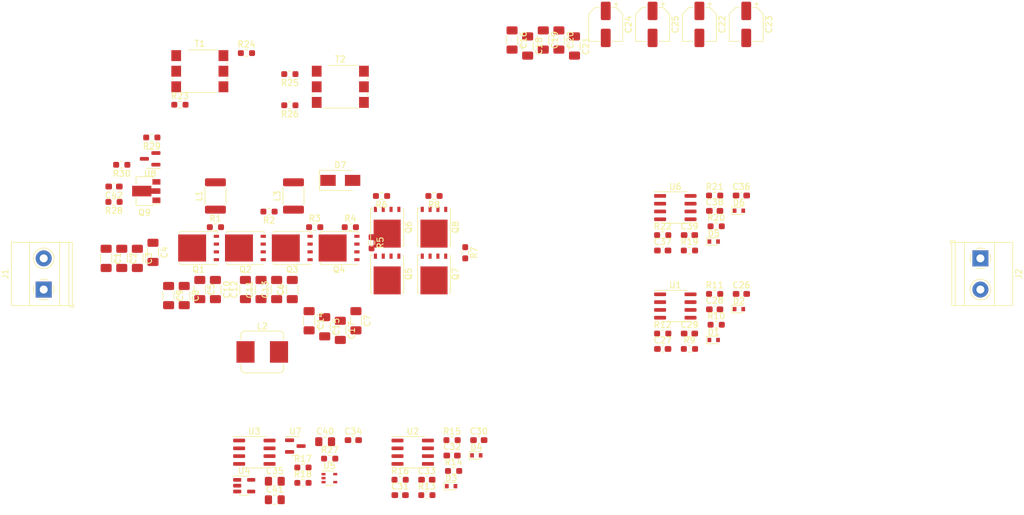
<source format=kicad_pcb>
(kicad_pcb (version 20211014) (generator pcbnew)
  (layers (0 "F.Cu" signal) (31 "B.Cu" signal) (34 "B.Paste" user) (35 "F.Paste" user) (36 "B.SilkS" user "B.Silkscreen") (37 "F.SilkS" user "F.Silkscreen") (38 "B.Mask" user) (39 "F.Mask" user) (44 "Edge.Cuts" user))
  (net 0 "")
  (net 1 "/IN")
  (net 2 "GND")
  (net 3 "/C1")
  (net 4 "/SW4")
  (net 5 "/SW2")
  (net 6 "/SW5")
  (net 7 "/C3")
  (net 8 "/OUT")
  (net 9 "Net-(C26-Pad1)")
  (net 10 "Net-(C27-Pad1)")
  (net 11 "+12V")
  (net 12 "Net-(C29-Pad1)")
  (net 13 "Net-(C30-Pad1)")
  (net 14 "Net-(C31-Pad1)")
  (net 15 "Net-(C33-Pad1)")
  (net 16 "VDD")
  (net 17 "/ctrl/THR")
  (net 18 "Net-(C36-Pad1)")
  (net 19 "Net-(C37-Pad1)")
  (net 20 "Net-(C39-Pad1)")
  (net 21 "/D")
  (net 22 "/DN")
  (net 23 "/SW1")
  (net 24 "/SW3")
  (net 25 "/G1")
  (net 26 "/G2")
  (net 27 "/G3")
  (net 28 "/G4")
  (net 29 "/G5")
  (net 30 "/G6")
  (net 31 "/G7")
  (net 32 "/G8")
  (net 33 "Net-(Q9-Pad1)")
  (net 34 "Net-(R11-Pad1)")
  (net 35 "Net-(R12-Pad1)")
  (net 36 "Net-(R15-Pad1)")
  (net 37 "/hbdrv1/drvh")
  (net 38 "Net-(R16-Pad1)")
  (net 39 "/hbdrv1/drvl")
  (net 40 "/ctrl/Q")
  (net 41 "Net-(R18-Pad1)")
  (net 42 "Net-(R21-Pad1)")
  (net 43 "Net-(R22-Pad1)")
  (net 44 "Net-(R23-Pad1)")
  (net 45 "Net-(R25-Pad1)")
  (net 46 "Net-(U3-Pad5)")
  (net 47 "Net-(R29-Pad1)")
  (net 49 "Net-(T1-Pad4)")
  (net 50 "Net-(T2-Pad4)")
  (footprint "Resistor_SMD:R_0603_1608Metric_Pad0.98x0.95mm_HandSolder" (layer "F.Cu") (at 115.68 107.14)
    (fp_text reference "R13" (at 0 -1.43) (layer "F.SilkS"))
    (fp_text value "100")
    (pad "1" smd roundrect (at -0.9125 0) (size 0.975 0.95) (layers "F.Cu" "F.Paste" "F.Mask") (net 21 "/D"))
    (pad "2" smd roundrect (at 0.9125 0) (size 0.975 0.95) (layers "F.Cu" "F.Paste" "F.Mask") (net 13 "Net-(C30-Pad1)"))
  )
  (footprint "Capacitor_SMD:C_1206_3216Metric_Pad1.33x1.80mm_HandSolder" (layer "F.Cu") (at 96.52 78.74 -90)
    (fp_text reference "C14" (at 0 -1.85 90) (layer "F.SilkS"))
    (fp_text value "3.3uF")
    (pad "1" smd roundrect (at -1.5625 0 270) (size 1.325 1.8) (layers "F.Cu" "F.Paste" "F.Mask") (roundrect_rratio 0.188679) (net 7 "/C3"))
    (pad "2" smd roundrect (at 1.5625 0 270) (size 1.325 1.8) (layers "F.Cu" "F.Paste" "F.Mask") (roundrect_rratio 0.188679) (net 4 "/SW4"))
  )
  (footprint "Resistor_SMD:R_0603_1608Metric_Pad0.98x0.95mm_HandSolder" (layer "F.Cu") (at 119.78 98.18)
    (fp_text reference "R15" (at 0 -1.43) (layer "F.SilkS"))
    (fp_text value "2")
    (pad "1" smd roundrect (at -0.9125 0) (size 0.975 0.95) (layers "F.Cu" "F.Paste" "F.Mask") (net 36 "Net-(R15-Pad1)"))
    (pad "2" smd roundrect (at 0.9125 0) (size 0.975 0.95) (layers "F.Cu" "F.Paste" "F.Mask") (net 37 "/hbdrv1/drvh"))
  )
  (footprint "Package_TO_SOT_SMD:SOT-23-5" (layer "F.Cu") (at 85.96 105.6)
    (fp_text reference "U4" (at 0 -2.4) (layer "F.SilkS"))
    (fp_text value "NC7SZ125M5X")
    (pad "1" smd roundrect (at -1.1375 -0.95) (size 1.325 0.6) (layers "F.Cu" "F.Paste" "F.Mask") (net 2 "GND"))
    (pad "2" smd roundrect (at -1.1375 0) (size 1.325 0.6) (layers "F.Cu" "F.Paste" "F.Mask") (net 40 "/ctrl/Q"))
    (pad "3" smd roundrect (at -1.1375 0.95) (size 1.325 0.6) (layers "F.Cu" "F.Paste" "F.Mask") (net 2 "GND"))
    (pad "4" smd roundrect (at 1.1375 0.95) (size 1.325 0.6) (layers "F.Cu" "F.Paste" "F.Mask") (net 21 "/D"))
    (pad "5" smd roundrect (at 1.1375 -0.95) (size 1.325 0.6) (layers "F.Cu" "F.Paste" "F.Mask") (net 16 "VDD"))
  )
  (footprint "Resistor_SMD:R_0603_1608Metric_Pad0.98x0.95mm_HandSolder" (layer "F.Cu") (at 162.75 79.39)
    (fp_text reference "R10" (at 0 -1.43) (layer "F.SilkS"))
    (fp_text value "100")
    (pad "1" smd roundrect (at -0.9125 0) (size 0.975 0.95) (layers "F.Cu" "F.Paste" "F.Mask") (net 22 "/DN"))
    (pad "2" smd roundrect (at 0.9125 0) (size 0.975 0.95) (layers "F.Cu" "F.Paste" "F.Mask") (net 10 "Net-(C27-Pad1)"))
  )
  (footprint "Capacitor_SMD:C_1206_3216Metric_Pad1.33x1.80mm_HandSolder" (layer "F.Cu") (at 86.16 73.66 90)
    (fp_text reference "C12" (at 0 -1.85 90) (layer "F.SilkS"))
    (fp_text value "3.3uF")
    (pad "1" smd roundrect (at -1.5625 0 90) (size 1.325 1.8) (layers "F.Cu" "F.Paste" "F.Mask") (roundrect_rratio 0.188679) (net 5 "/SW2"))
    (pad "2" smd roundrect (at 1.5625 0 90) (size 1.325 1.8) (layers "F.Cu" "F.Paste" "F.Mask") (roundrect_rratio 0.188679) (net 6 "/SW5"))
  )
  (footprint "Capacitor_SMD:C_1206_3216Metric_Pad1.33x1.80mm_HandSolder" (layer "F.Cu") (at 139.7 33.9975 -90)
    (fp_text reference "C21" (at 0 -1.85 90) (layer "F.SilkS"))
    (fp_text value "22uF")
    (pad "1" smd roundrect (at -1.5625 0 270) (size 1.325 1.8) (layers "F.Cu" "F.Paste" "F.Mask") (roundrect_rratio 0.188679) (net 8 "/OUT"))
    (pad "2" smd roundrect (at 1.5625 0 270) (size 1.325 1.8) (layers "F.Cu" "F.Paste" "F.Mask") (roundrect_rratio 0.188679) (net 2 "GND"))
  )
  (footprint "Capacitor_SMD:C_1206_3216Metric_Pad1.33x1.80mm_HandSolder" (layer "F.Cu") (at 137.16 33.02 -90)
    (fp_text reference "C20" (at 0 -1.85 90) (layer "F.SilkS"))
    (fp_text value "22uF")
    (pad "1" smd roundrect (at -1.5625 0 270) (size 1.325 1.8) (layers "F.Cu" "F.Paste" "F.Mask") (roundrect_rratio 0.188679) (net 8 "/OUT"))
    (pad "2" smd roundrect (at 1.5625 0 270) (size 1.325 1.8) (layers "F.Cu" "F.Paste" "F.Mask") (roundrect_rratio 0.188679) (net 2 "GND"))
  )
  (footprint "Capacitor_SMD:C_0603_1608Metric_Pad1.08x0.95mm_HandSolder" (layer "F.Cu") (at 166.85 58.34)
    (fp_text reference "C36" (at 0 -1.43) (layer "F.SilkS"))
    (fp_text value "100pF")
    (pad "1" smd roundrect (at -0.8625 0) (size 1.075 0.95) (layers "F.Cu" "F.Paste" "F.Mask") (net 18 "Net-(C36-Pad1)"))
    (pad "2" smd roundrect (at 0.8625 0) (size 1.075 0.95) (layers "F.Cu" "F.Paste" "F.Mask") (net 2 "GND"))
  )
  (footprint "Capacitor_SMD:C_1206_3216Metric_Pad1.33x1.80mm_HandSolder" (layer "F.Cu") (at 78.74 73.66 -90)
    (fp_text reference "C5" (at 0 -1.85 90) (layer "F.SilkS"))
    (fp_text value "3.3uF")
    (pad "1" smd roundrect (at -1.5625 0 270) (size 1.325 1.8) (layers "F.Cu" "F.Paste" "F.Mask") (roundrect_rratio 0.188679) (net 3 "/C1"))
    (pad "2" smd roundrect (at 1.5625 0 270) (size 1.325 1.8) (layers "F.Cu" "F.Paste" "F.Mask") (roundrect_rratio 0.188679) (net 4 "/SW4"))
  )
  (footprint "Resistor_SMD:R_0603_1608Metric_Pad0.98x0.95mm_HandSolder" (layer "F.Cu") (at 121.92 67.6675 -90)
    (fp_text reference "R7" (at 0 -1.43 90) (layer "F.SilkS"))
    (fp_text value "4.99k")
    (pad "1" smd roundrect (at -0.9125 0 270) (size 0.975 0.95) (layers "F.Cu" "F.Paste" "F.Mask") (net 6 "/SW5"))
    (pad "2" smd roundrect (at 0.9125 0 270) (size 0.975 0.95) (layers "F.Cu" "F.Paste" "F.Mask") (net 31 "/G7"))
  )
  (footprint "Resistor_SMD:R_0603_1608Metric_Pad0.98x0.95mm_HandSolder" (layer "F.Cu") (at 162.5 74.37)
    (fp_text reference "R11" (at 0 -1.43) (layer "F.SilkS"))
    (fp_text value "2")
    (pad "1" smd roundrect (at -0.9125 0) (size 0.975 0.95) (layers "F.Cu" "F.Paste" "F.Mask") (net 34 "Net-(R11-Pad1)"))
    (pad "2" smd roundrect (at 0.9125 0) (size 0.975 0.95) (layers "F.Cu" "F.Paste" "F.Mask") (net 29 "/G5"))
  )
  (footprint "Capacitor_SMD:C_1206_3216Metric_Pad1.33x1.80mm_HandSolder" (layer "F.Cu") (at 132.08 33.9975 -90)
    (fp_text reference "C18" (at 0 -1.85 90) (layer "F.SilkS"))
    (fp_text value "22uF")
    (pad "1" smd roundrect (at -1.5625 0 270) (size 1.325 1.8) (layers "F.Cu" "F.Paste" "F.Mask") (roundrect_rratio 0.188679) (net 8 "/OUT"))
    (pad "2" smd roundrect (at 1.5625 0 270) (size 1.325 1.8) (layers "F.Cu" "F.Paste" "F.Mask") (roundrect_rratio 0.188679) (net 2 "GND"))
  )
  (footprint "Package_TO_SOT_SMD:TDSON-8-1" (layer "F.Cu") (at 116.84 71.12 -90)
    (fp_text reference "Q7" (at 0 -3.5 90) (layer "F.SilkS"))
    (fp_text value "CSD17305Q5A")
    (pad "1" smd rect (at -2.9 -1.905 270) (size 0.85 0.5) (layers "F.Cu" "F.Paste" "F.Mask") (net 6 "/SW5"))
    (pad "2" smd rect (at -2.9 -0.635 270) (size 0.85 0.5) (layers "F.Cu" "F.Paste" "F.Mask") (net 6 "/SW5"))
    (pad "3" smd rect (at -2.9 0.635 270) (size 0.85 0.5) (layers "F.Cu" "F.Paste" "F.Mask") (net 6 "/SW5"))
    (pad "4" smd rect (at -2.9 1.905 270) (size 0.85 0.5) (layers "F.Cu" "F.Paste" "F.Mask") (net 31 "/G7"))
    (pad "5" smd rect (at 1.05 0 270) (size 4.55 4.41) (layers "F.Cu") (net 8 "/OUT"))
  )
  (footprint "Diode_SMD:D_SOD-523" (layer "F.Cu") (at 162.35 81.87)
    (fp_text reference "D1" (at 0 -1.3) (layer "F.SilkS"))
    (fp_text value "1N4148WT")
    (pad "1" smd rect (at -0.7 0 180) (size 0.6 0.7) (layers "F.Cu" "F.Paste" "F.Mask") (net 21 "/D"))
    (pad "2" smd rect (at 0.7 0 180) (size 0.6 0.7) (layers "F.Cu" "F.Paste" "F.Mask") (net 9 "Net-(C26-Pad1)"))
  )
  (footprint "Inductor_SMD:L_1812_4532Metric_Pad1.30x3.40mm_HandSolder" (layer "F.Cu") (at 93.98 58.42 90)
    (fp_text reference "L3" (at 0 -2.65 90) (layer "F.SilkS"))
    (fp_text value "47nH")
    (pad "1" smd roundrect (at -2.225 0 90) (size 1.3 3.4) (layers "F.Cu" "F.Paste" "F.Mask") (roundrect_rratio 0.192308) (net 24 "/SW3"))
    (pad "2" smd roundrect (at 2.225 0 90) (size 1.3 3.4) (layers "F.Cu" "F.Paste" "F.Mask") (roundrect_rratio 0.192308) (net 7 "/C3"))
  )
  (footprint "Inductor_SMD:L_Bourns_SRP7028A_7.3x6.6mm" (layer "F.Cu") (at 88.9 83.82)
    (fp_text reference "L2" (at 0 -4.2) (layer "F.SilkS"))
    (fp_text value "470nH")
    (pad "1" smd rect (at -2.725 0) (size 2.95 3.5) (layers "F.Cu" "F.Paste" "F.Mask") (net 4 "/SW4"))
    (pad "2" smd rect (at 2.725 0) (size 2.95 3.5) (layers "F.Cu" "F.Paste" "F.Mask") (net 6 "/SW5"))
  )
  (footprint "Package_SO:SOIC-8_3.9x4.9mm_P1.27mm" (layer "F.Cu") (at 156.1 76.34)
    (fp_text reference "U1" (at 0 -3.4) (layer "F.SilkS"))
    (fp_text value "HIP2101_SOIC")
    (pad "1" smd roundrect (at -2.475 -1.905) (size 1.95 0.6) (layers "F.Cu" "F.Paste" "F.Mask") (net 11 "+12V"))
    (pad "2" smd roundrect (at -2.475 -0.635) (size 1.95 0.6) (layers "F.Cu" "F.Paste" "F.Mask") (net 12 "Net-(C29-Pad1)"))
    (pad "3" smd roundrect (at -2.475 0.635) (size 1.95 0.6) (layers "F.Cu" "F.Paste" "F.Mask") (net 34 "Net-(R11-Pad1)"))
    (pad "4" smd roundrect (at -2.475 1.905) (size 1.95 0.6) (layers "F.Cu" "F.Paste" "F.Mask") (net 4 "/SW4"))
    (pad "5" smd roundrect (at 2.475 1.905) (size 1.95 0.6) (layers "F.Cu" "F.Paste" "F.Mask") (net 9 "Net-(C26-Pad1)"))
    (pad "6" smd roundrect (at 2.475 0.635) (size 1.95 0.6) (layers "F.Cu" "F.Paste" "F.Mask") (net 10 "Net-(C27-Pad1)"))
    (pad "7" smd roundrect (at 2.475 -0.635) (size 1.95 0.6) (layers "F.Cu" "F.Paste" "F.Mask") (net 2 "GND"))
    (pad "8" smd roundrect (at 2.475 -1.905) (size 1.95 0.6) (layers "F.Cu" "F.Paste" "F.Mask") (net 35 "Net-(R12-Pad1)"))
  )
  (footprint "Diode_SMD:D_SOD-523" (layer "F.Cu") (at 166.45 60.82)
    (fp_text reference "D6" (at 0 -1.3) (layer "F.SilkS"))
    (fp_text value "1N4148WT")
    (pad "1" smd rect (at -0.7 0 180) (size 0.6 0.7) (layers "F.Cu" "F.Paste" "F.Mask") (net 21 "/D"))
    (pad "2" smd rect (at 0.7 0 180) (size 0.6 0.7) (layers "F.Cu" "F.Paste" "F.Mask") (net 19 "Net-(C37-Pad1)"))
  )
  (footprint "Capacitor_SMD:C_1206_3216Metric_Pad1.33x1.80mm_HandSolder" (layer "F.Cu") (at 68.58 68.58 -90)
    (fp_text reference "C3" (at 0 -1.85 90) (layer "F.SilkS"))
    (fp_text value "2.2uF")
    (pad "1" smd roundrect (at -1.5625 0 270) (size 1.325 1.8) (layers "F.Cu" "F.Paste" "F.Mask") (roundrect_rratio 0.188679) (net 1 "/IN"))
    (pad "2" smd roundrect (at 1.5625 0 270) (size 1.325 1.8) (layers "F.Cu" "F.Paste" "F.Mask") (roundrect_rratio 0.188679) (net 2 "GND"))
  )
  (footprint "Capacitor_SMD:C_0603_1608Metric_Pad1.08x0.95mm_HandSolder" (layer "F.Cu") (at 124.13 98.18)
    (fp_text reference "C30" (at 0 -1.43) (layer "F.SilkS"))
    (fp_text value "100pF")
    (pad "1" smd roundrect (at -0.8625 0) (size 1.075 0.95) (layers "F.Cu" "F.Paste" "F.Mask") (net 13 "Net-(C30-Pad1)"))
    (pad "2" smd roundrect (at 0.8625 0) (size 1.075 0.95) (layers "F.Cu" "F.Paste" "F.Mask") (net 2 "GND"))
  )
  (footprint "Capacitor_SMD:C_1206_3216Metric_Pad1.33x1.80mm_HandSolder" (layer "F.Cu") (at 101.6 80.3025 -90)
    (fp_text reference "C17" (at 0 -1.85 90) (layer "F.SilkS"))
    (fp_text value "3.3uF")
    (pad "1" smd roundrect (at -1.5625 0 270) (size 1.325 1.8) (layers "F.Cu" "F.Paste" "F.Mask") (roundrect_rratio 0.188679) (net 7 "/C3"))
    (pad "2" smd roundrect (at 1.5625 0 270) (size 1.325 1.8) (layers "F.Cu" "F.Paste" "F.Mask") (roundrect_rratio 0.188679) (net 4 "/SW4"))
  )
  (footprint "Capacitor_SMD:C_0603_1608Metric_Pad1.08x0.95mm_HandSolder" (layer "F.Cu") (at 162.5 60.85)
    (fp_text reference "C38" (at 0 -1.43) (layer "F.SilkS"))
    (fp_text value "0.1uF")
    (pad "1" smd roundrect (at -0.8625 0) (size 1.075 0.95) (layers "F.Cu" "F.Paste" "F.Mask") (net 16 "VDD"))
    (pad "2" smd roundrect (at 0.8625 0) (size 1.075 0.95) (layers "F.Cu" "F.Paste" "F.Mask") (net 2 "GND"))
  )
  (footprint "Package_TO_SOT_SMD:SOT-353_SC-70-5" (layer "F.Cu") (at 99.82 104.37)
    (fp_text reference "U5" (at 0 -2) (layer "F.SilkS"))
    (fp_text value "NC7SVU04P5X")
    (pad "1" smd rect (at -0.95 -0.65) (size 0.65 0.4) (layers "F.Cu" "F.Paste" "F.Mask"))
    (pad "2" smd rect (at -0.95 0) (size 0.65 0.4) (layers "F.Cu" "F.Paste" "F.Mask") (net 40 "/ctrl/Q"))
    (pad "3" smd rect (at -0.95 0.65) (size 0.65 0.4) (layers "F.Cu" "F.Paste" "F.Mask") (net 2 "GND"))
    (pad "4" smd rect (at 0.95 0.65) (size 0.65 0.4) (layers "F.Cu" "F.Paste" "F.Mask") (net 22 "/DN"))
    (pad "5" smd rect (at 0.95 -0.65) (size 0.65 0.4) (layers "F.Cu" "F.Paste" "F.Mask") (net 16 "VDD"))
  )
  (footprint "Resistor_SMD:R_0603_1608Metric_Pad0.98x0.95mm_HandSolder" (layer "F.Cu") (at 95.52 102.63)
    (fp_text reference "R17" (at 0 -1.43) (layer "F.SilkS"))
    (fp_text value "1k")
    (pad "1" smd roundrect (at -0.9125 0) (size 0.975 0.95) (layers "F.Cu" "F.Paste" "F.Mask") (net 17 "/ctrl/THR"))
    (pad "2" smd roundrect (at 0.9125 0) (size 0.975 0.95) (layers "F.Cu" "F.Paste" "F.Mask") (net 40 "/ctrl/Q"))
  )
  (footprint "Package_TO_SOT_SMD:SOT-23" (layer "F.Cu") (at 94.28 99.15)
    (fp_text reference "U7" (at 0 -2.4) (layer "F.SilkS"))
    (fp_text value "LM3480-5.0")
    (pad "1" smd roundrect (at -0.9375 -0.95) (size 1.475 0.6) (layers "F.Cu" "F.Paste" "F.Mask") (net 16 "VDD"))
    (pad "2" smd roundrect (at -0.9375 0.95) (size 1.475 0.6) (layers "F.Cu" "F.Paste" "F.Mask") (net 11 "+12V"))
    (pad "3" smd roundrect (at 0.9375 0) (size 1.475 0.6) (layers "F.Cu" "F.Paste" "F.Mask") (net 2 "GND"))
  )
  (footprint "Resistor_SMD:R_0603_1608Metric_Pad0.98x0.95mm_HandSolder" (layer "F.Cu") (at 162.5 58.34)
    (fp_text reference "R21" (at 0 -1.43) (layer "F.SilkS"))
    (fp_text value "2")
    (pad "1" smd roundrect (at -0.9125 0) (size 0.975 0.95) (layers "F.Cu" "F.Paste" "F.Mask") (net 42 "Net-(R21-Pad1)"))
    (pad "2" smd roundrect (at 0.9125 0) (size 0.975 0.95) (layers "F.Cu" "F.Paste" "F.Mask") (net 31 "/G7"))
  )
  (footprint "Package_SO:SOIC-8_3.9x4.9mm_P1.27mm" (layer "F.Cu") (at 156.1 60.31)
    (fp_text reference "U6" (at 0 -3.4) (layer "F.SilkS"))
    (fp_text value "HIP2101_SOIC")
    (pad "1" smd roundrect (at -2.475 -1.905) (size 1.95 0.6) (layers "F.Cu" "F.Paste" "F.Mask") (net 16 "VDD"))
    (pad "2" smd roundrect (at -2.475 -0.635) (size 1.95 0.6) (layers "F.Cu" "F.Paste" "F.Mask") (net 20 "Net-(C39-Pad1)"))
    (pad "3" smd roundrect (at -2.475 0.635) (size 1.95 0.6) (layers "F.Cu" "F.Paste" "F.Mask") (net 42 "Net-(R21-Pad1)"))
    (pad "4" smd roundrect (at -2.475 1.905) (size 1.95 0.6) (layers "F.Cu" "F.Paste" "F.Mask") (net 6 "/SW5"))
    (pad "5" smd roundrect (at 2.475 1.905) (size 1.95 0.6) (layers "F.Cu" "F.Paste" "F.Mask") (net 18 "Net-(C36-Pad1)"))
    (pad "6" smd roundrect (at 2.475 0.635) (size 1.95 0.6) (layers "F.Cu" "F.Paste" "F.Mask") (net 19 "Net-(C37-Pad1)"))
    (pad "7" smd roundrect (at 2.475 -0.635) (size 1.95 0.6) (layers "F.Cu" "F.Paste" "F.Mask") (net 2 "GND"))
    (pad "8" smd roundrect (at 2.475 -1.905) (size 1.95 0.6) (layers "F.Cu" "F.Paste" "F.Mask") (net 43 "Net-(R22-Pad1)"))
  )
  (footprint "Capacitor_SMD:C_1206_3216Metric_Pad1.33x1.80mm_HandSolder" (layer "F.Cu") (at 63.5 68.58 -90)
    (fp_text reference "C1" (at 0 -1.85 90) (layer "F.SilkS"))
    (fp_text value "2.2uF")
    (pad "1" smd roundrect (at -1.5625 0 270) (size 1.325 1.8) (layers "F.Cu" "F.Paste" "F.Mask") (roundrect_rratio 0.188679) (net 1 "/IN"))
    (pad "2" smd roundrect (at 1.5625 0 270) (size 1.325 1.8) (layers "F.Cu" "F.Paste" "F.Mask") (roundrect_rratio 0.188679) (net 2 "GND"))
  )
  (footprint "Package_TO_SOT_SMD:TDSON-8-1" (layer "F.Cu") (at 109.22 71.12 -90)
    (fp_text reference "Q5" (at 0 -3.5 90) (layer "F.SilkS"))
    (fp_text value "CSD17305Q5A")
    (pad "1" smd rect (at -2.9 -1.905 270) (size 0.85 0.5) (layers "F.Cu" "F.Paste" "F.Mask") (net 4 "/SW4"))
    (pad "2" smd rect (at -2.9 -0.635 270) (size 0.85 0.5) (layers "F.Cu" "F.Paste" "F.Mask") (net 4 "/SW4"))
    (pad "3" smd rect (at -2.9 0.635 270) (size 0.85 0.5) (layers "F.Cu" "F.Paste" "F.Mask") (net 4 "/SW4"))
    (pad "4" smd rect (at -2.9 1.905 270) (size 0.85 0.5) (layers "F.Cu" "F.Paste" "F.Mask") (net 29 "/G5"))
    (pad "5" smd rect (at 1.05 0 270) (size 4.55 4.41) (layers "F.Cu") (net 8 "/OUT"))
  )
  (footprint "Resistor_SMD:R_0603_1608Metric_Pad0.98x0.95mm_HandSolder" (layer "F.Cu") (at 90 60.96 180)
    (fp_text reference "R2" (at 0 -1.43) (layer "F.SilkS"))
    (fp_text value "4.99k")
    (pad "1" smd roundrect (at -0.9125 0 180) (size 0.975 0.95) (layers "F.Cu" "F.Paste" "F.Mask") (net 26 "/G2"))
    (pad "2" smd roundrect (at 0.9125 0 180) (size 0.975 0.95) (layers "F.Cu" "F.Paste" "F.Mask") (net 5 "/SW2"))
  )
  (footprint "Diode_SMD:D_SOD-523" (layer "F.Cu") (at 162.35 65.84)
    (fp_text reference "D5" (at 0 -1.3) (layer "F.SilkS"))
    (fp_text value "1N4148WT")
    (pad "1" smd rect (at -0.7 0 180) (size 0.6 0.7) (layers "F.Cu" "F.Paste" "F.Mask") (net 22 "/DN"))
    (pad "2" smd rect (at 0.7 0 180) (size 0.6 0.7) (layers "F.Cu" "F.Paste" "F.Mask") (net 18 "Net-(C36-Pad1)"))
  )
  (footprint "Capacitor_SMD:C_1206_3216Metric_Pad1.33x1.80mm_HandSolder" (layer "F.Cu") (at 76.2 74.6375 -90)
    (fp_text reference "C8" (at 0 -1.85 90) (layer "F.SilkS"))
    (fp_text value "3.3uF")
    (pad "1" smd roundrect (at -1.5625 0 270) (size 1.325 1.8) (layers "F.Cu" "F.Paste" "F.Mask") (roundrect_rratio 0.188679) (net 3 "/C1"))
    (pad "2" smd roundrect (at 1.5625 0 270) (size 1.325 1.8) (layers "F.Cu" "F.Paste" "F.Mask") (roundrect_rratio 0.188679) (net 4 "/SW4"))
  )
  (footprint "Capacitor_SMD:C_0603_1608Metric_Pad1.08x0.95mm_HandSolder" (layer "F.Cu") (at 119.78 100.69)
    (fp_text reference "C32" (at 0 -1.43) (layer "F.SilkS"))
    (fp_text value "0.1uF")
    (pad "1" smd roundrect (at -0.8625 0) (size 1.075 0.95) (layers "F.Cu" "F.Paste" "F.Mask") (net 11 "+12V"))
    (pad "2" smd roundrect (at 0.8625 0) (size 1.075 0.95) (layers "F.Cu" "F.Paste" "F.Mask") (net 2 "GND"))
  )
  (footprint "Package_TO_SOT_SMD:TDSON-8-1" (layer "F.Cu") (at 101.4 66.89 180)
    (fp_text reference "Q4" (at 0 -3.5) (layer "F.SilkS"))
    (fp_text value "CSD18531Q5A")
    (pad "1" smd rect (at -2.9 -1.905 180) (size 0.85 0.5) (layers "F.Cu" "F.Paste" "F.Mask") (net 8 "/OUT"))
    (pad "2" smd rect (at -2.9 -0.635 180) (size 0.85 0.5) (layers "F.Cu" "F.Paste" "F.Mask") (net 8 "/OUT"))
    (pad "3" smd rect (at -2.9 0.635 180) (size 0.85 0.5) (layers "F.Cu" "F.Paste" "F.Mask") (net 8 "/OUT"))
    (pad "4" smd rect (at -2.9 1.905 180) (size 0.85 0.5) (layers "F.Cu" "F.Paste" "F.Mask") (net 28 "/G4"))
    (pad "5" smd rect (at 1.05 0 180) (size 4.55 4.41) (layers "F.Cu") (net 24 "/SW3"))
  )
  (footprint "Capacitor_SMD:C_0805_2012Metric_Pad1.18x1.45mm_HandSolder" (layer "F.Cu") (at 99.13 98.43)
    (fp_text reference "C40" (at 0 -1.68) (layer "F.SilkS"))
    (fp_text value "0.1uF")
    (pad "1" smd roundrect (at -1.0375 0) (size 1.175 1.45) (layers "F.Cu" "F.Paste" "F.Mask") (roundrect_rratio 0.212766) (net 11 "+12V"))
    (pad "2" smd roundrect (at 1.0375 0) (size 1.175 1.45) (layers "F.Cu" "F.Paste" "F.Mask") (roundrect_rratio 0.212766) (net 2 "GND"))
  )
  (footprint "Package_TO_SOT_SMD:SOT-89-3" (layer "F.Cu") (at 70.03 57.62 180)
    (fp_text reference "Q9" (at 0.3 -3.5) (layer "F.SilkS"))
    (fp_text value "BCX56")
    (pad "1" smd rect (at -1.65 -1.5 180) (size 1.3 0.9) (layers "F.Cu" "F.Paste" "F.Mask") (net 33 "Net-(Q9-Pad1)"))
    (pad "2" smd custom (at -1.5625 0 180) (size 1.475 0.9) (layers "F.Cu" "F.Paste" "F.Mask") (net 1 "/IN") (options (clearance outline) (anchor rect)) (primitives (gr_poly (pts (xy 3.8625 0.8665) (xy 0.7375 0.8665) (xy 0.7375 -0.8665) (xy 3.8625 -0.8665)) (width 0) (fill yes))))
    (pad "3" smd rect (at -1.65 1.5 180) (size 1.3 0.9) (layers "F.Cu" "F.Paste" "F.Mask") (net 11 "+12V"))
  )
  (footprint "Package_TO_SOT_SMD:SOT-23" (layer "F.Cu") (at 70.66 52.37 180)
    (fp_text reference "U8" (at 0 -2.4) (layer "F.SilkS"))
    (fp_text value "TL431DBZ")
    (pad "1" smd roundrect (at -0.9375 -0.95 180) (size 1.475 0.6) (layers "F.Cu" "F.Paste" "F.Mask") (net 33 "Net-(Q9-Pad1)"))
    (pad "2" smd roundrect (at -0.9375 0.95 180) (size 1.475 0.6) (layers "F.Cu" "F.Paste" "F.Mask") (net 47 "Net-(R29-Pad1)"))
    (pad "3" smd roundrect (at 0.9375 0 180) (size 1.475 0.6) (layers "F.Cu" "F.Paste" "F.Mask") (net 2 "GND"))
  )
  (footprint "Capacitor_SMD:C_0603_1608Metric_Pad1.08x0.95mm_HandSolder" (layer "F.Cu") (at 166.85 74.37)
    (fp_text reference "C26" (at 0 -1.43) (layer "F.SilkS"))
    (fp_text value "100pF")
    (pad "1" smd roundrect (at -0.8625 0) (size 1.075 0.95) (layers "F.Cu" "F.Paste" "F.Mask") (net 9 "Net-(C26-Pad1)"))
    (pad "2" smd roundrect (at 0.8625 0) (size 1.075 0.95) (layers "F.Cu" "F.Paste" "F.Mask") (net 2 "GND"))
  )
  (footprint "Resistor_SMD:R_0603_1608Metric_Pad0.98x0.95mm_HandSolder" (layer "F.Cu") (at 99.87 101.19)
    (fp_text reference "R27" (at 0 -1.43) (layer "F.SilkS"))
    (fp_text value "49.9k")
    (pad "1" smd roundrect (at -0.9125 0) (size 0.975 0.95) (layers "F.Cu" "F.Paste" "F.Mask") (net 2 "GND"))
    (pad "2" smd roundrect (at 0.9125 0) (size 0.975 0.95) (layers "F.Cu" "F.Paste" "F.Mask") (net 46 "Net-(U3-Pad5)"))
  )
  (footprint "Package_TO_SOT_SMD:TDSON-8-1" (layer "F.Cu") (at 116.84 63.5 -90)
    (fp_text reference "Q8" (at 0 -3.5 90) (layer "F.SilkS"))
    (fp_text value "CSD17305Q5A")
    (pad "1" smd rect (at -2.9 -1.905 270) (size 0.85 0.5) (layers "F.Cu" "F.Paste" "F.Mask") (net 2 "GND"))
    (pad "2" smd rect (at -2.9 -0.635 270) (size 0.85 0.5) (layers "F.Cu" "F.Paste" "F.Mask") (net 2 "GND"))
    (pad "3" smd rect (at -2.9 0.635 270) (size 0.85 0.5) (layers "F.Cu" "F.Paste" "F.Mask") (net 2 "GND"))
    (pad "4" smd rect (at -2.9 1.905 270) (size 0.85 0.5) (layers "F.Cu" "F.Paste" "F.Mask") (net 32 "/G8"))
    (pad "5" smd rect (at 1.05 0 270) (size 4.55 4.41) (layers "F.Cu") (net 6 "/SW5"))
  )
  (footprint "Capacitor_SMD:CP_Elec_5x5.3" (layer "F.Cu") (at 152.4 30.48 -90)
    (fp_text reference "C25" (at 0 -3.7 90) (layer "F.SilkS"))
    (fp_text value "47uF")
    (pad "1" smd roundrect (at -2.2 0 270) (size 3 1.6) (layers "F.Cu" "F.Paste" "F.Mask") (roundrect_rratio 0.15625) (net 8 "/OUT"))
    (pad "2" smd roundrect (at 2.2 0 270) (size 3 1.6) (layers "F.Cu" "F.Paste" "F.Mask") (roundrect_rratio 0.15625) (net 2 "GND"))
  )
  (footprint "Resistor_SMD:R_0603_1608Metric_Pad0.98x0.95mm_HandSolder" (layer "F.Cu") (at 66.04 53.34 180)
    (fp_text reference "R30" (at 0 -1.43) (layer "F.SilkS"))
    (fp_text value "3k")
    (pad "1" smd roundrect (at -0.9125 0 180) (size 0.975 0.95) (layers "F.Cu" "F.Paste" "F.Mask") (net 47 "Net-(R29-Pad1)"))
    (pad "2" smd roundrect (at 0.9125 0 180) (size 0.975 0.95) (layers "F.Cu" "F.Paste" "F.Mask") (net 11 "+12V"))
  )
  (footprint "Resistor_SMD:R_0603_1608Metric_Pad0.98x0.95mm_HandSolder" (layer "F.Cu") (at 111.33 104.63)
    (fp_text reference "R16" (at 0 -1.43) (layer "F.SilkS"))
    (fp_text value "2")
    (pad "1" smd roundrect (at -0.9125 0) (size 0.975 0.95) (layers "F.Cu" "F.Paste" "F.Mask") (net 38 "Net-(R16-Pad1)"))
    (pad "2" smd roundrect (at 0.9125 0) (size 0.975 0.95) (layers "F.Cu" "F.Paste" "F.Mask") (net 39 "/hbdrv1/drvl"))
  )
  (footprint "Package_TO_SOT_SMD:TDSON-8-1" (layer "F.Cu") (at 78.54 66.89 180)
    (fp_text reference "Q1" (at 0 -3.5) (layer "F.SilkS"))
    (fp_text value "CSD18531Q5A")
    (pad "1" smd rect (at -2.9 -1.905 180) (size 0.85 0.5) (layers "F.Cu" "F.Paste" "F.Mask") (net 23 "/SW1"))
    (pad "2" smd rect (at -2.9 -0.635 180) (size 0.85 0.5) (layers "F.Cu" "F.Paste" "F.Mask") (net 23 "/SW1"))
    (pad "3" smd rect (at -2.9 0.635 180) (size 0.85 0.5) (layers "F.Cu" "F.Paste" "F.Mask") (net 23 "/SW1"))
    (pad "4" smd rect (at -2.9 1.905 180) (size 0.85 0.5) (layers "F.Cu" "F.Paste" "F.Mask") (net 25 "/G1"))
    (pad "5" smd rect (at 1.05 0 180) (size 4.55 4.41) (layers "F.Cu") (net 1 "/IN"))
  )
  (footprint "Capacitor_SMD:C_0603_1608Metric_Pad1.08x0.95mm_HandSolder" (layer "F.Cu") (at 158.4 64.79)
    (fp_text reference "C39" (at 0 -1.43) (layer "F.SilkS"))
    (fp_text value "0.22uF")
    (pad "1" smd roundrect (at -0.8625 0) (size 1.075 0.95) (layers "F.Cu" "F.Paste" "F.Mask") (net 20 "Net-(C39-Pad1)"))
    (pad "2" smd roundrect (at 0.8625 0) (size 1.075 0.95) (layers "F.Cu" "F.Paste" "F.Mask") (net 6 "/SW5"))
  )
  (footprint "Capacitor_SMD:CP_Elec_5x5.3" (layer "F.Cu") (at 160.02 30.48 -90)
    (fp_text reference "C22" (at 0 -3.7 90) (layer "F.SilkS"))
    (fp_text value "47uF")
    (pad "1" smd roundrect (at -2.2 0 270) (size 3 1.6) (layers "F.Cu" "F.Paste" "F.Mask") (roundrect_rratio 0.15625) (net 8 "/OUT"))
    (pad "2" smd roundrect (at 2.2 0 270) (size 3 1.6) (layers "F.Cu" "F.Paste" "F.Mask") (roundrect_rratio 0.15625) (net 2 "GND"))
  )
  (footprint "Diode_SMD:D_SOD-523" (layer "F.Cu") (at 119.63 105.68)
    (fp_text reference "D3" (at 0 -1.3) (layer "F.SilkS"))
    (fp_text value "1N4148WT")
    (pad "1" smd rect (at -0.7 0 180) (size 0.6 0.7) (layers "F.Cu" "F.Paste" "F.Mask") (net 21 "/D"))
    (pad "2" smd rect (at 0.7 0 180) (size 0.6 0.7) (layers "F.Cu" "F.Paste" "F.Mask") (net 13 "Net-(C30-Pad1)"))
  )
  (footprint "Resistor_SMD:R_0603_1608Metric_Pad0.98x0.95mm_HandSolder" (layer "F.Cu") (at 116.84 58.42 180)
    (fp_text reference "R8" (at 0 -1.43) (layer "F.SilkS"))
    (fp_text value "4.99k")
    (pad "1" smd roundrect (at -0.9125 0 180) (size 0.975 0.95) (layers "F.Cu" "F.Paste" "F.Mask") (net 2 "GND"))
    (pad "2" smd roundrect (at 0.9125 0 180) (size 0.975 0.95) (layers "F.Cu" "F.Paste" "F.Mask") (net 32 "/G8"))
  )
  (footprint "Capacitor_SMD:C_1206_3216Metric_Pad1.33x1.80mm_HandSolder" (layer "F.Cu") (at 134.62 33.02 -90)
    (fp_text reference "C19" (at 0 -1.85 90) (layer "F.SilkS"))
    (fp_text value "22uF")
    (pad "1" smd roundrect (at -1.5625 0 270) (size 1.325 1.8) (layers "F.Cu" "F.Paste" "F.Mask") (roundrect_rratio 0.188679) (net 8 "/OUT"))
    (pad "2" smd roundrect (at 1.5625 0 270) (size 1.325 1.8) (layers "F.Cu" "F.Paste" "F.Mask") (roundrect_rratio 0.188679) (net 2 "GND"))
  )
  (footprint "Diode_SMD:D_SOD-523" (layer "F.Cu") (at 123.73 100.66)
    (fp_text reference "D4" (at 0 -1.3) (layer "F.SilkS"))
    (fp_text value "1N4148WT")
    (pad "1" smd rect (at -0.7 0 180) (size 0.6 0.7) (layers "F.Cu" "F.Paste" "F.Mask") (net 22 "/DN"))
    (pad "2" smd rect (at 0.7 0 180) (size 0.6 0.7) (layers "F.Cu" "F.Paste" "F.Mask") (net 14 "Net-(C31-Pad1)"))
  )
  (footprint "Resistor_SMD:R_0603_1608Metric_Pad0.98x0.95mm_HandSolder" (layer "F.Cu") (at 97.4325 63.5)
    (fp_text reference "R3" (at 0 -1.43) (layer "F.SilkS"))
    (fp_text value "4.99k")
    (pad "1" smd roundrect (at -0.9125 0) (size 0.975 0.95) (layers "F.Cu" "F.Paste" "F.Mask") (net 27 "/G3"))
    (pad "2" smd roundrect (at 0.9125 0) (size 0.975 0.95) (layers "F.Cu" "F.Paste" "F.Mask") (net 24 "/SW3"))
  )
  (footprint "Capacitor_SMD:C_0603_1608Metric_Pad1.08x0.95mm_HandSolder" (layer "F.Cu") (at 115.68 104.63)
    (fp_text reference "C33" (at 0 -1.43) (layer "F.SilkS"))
    (fp_text value "0.22uF")
    (pad "1" smd roundrect (at -0.8625 0) (size 1.075 0.95) (layers "F.Cu" "F.Paste" "F.Mask") (net 15 "Net-(C33-Pad1)"))
    (pad "2" smd roundrect (at 0.8625 0) (size 1.075 0.95) (layers "F.Cu" "F.Paste" "F.Mask") (net 2 "GND"))
  )
  (footprint "Capacitor_SMD:C_1206_3216Metric_Pad1.33x1.80mm_HandSolder" (layer "F.Cu") (at 81.28 73.66 -90)
    (fp_text reference "C10" (at 0 -1.85 90) (layer "F.SilkS"))
    (fp_text value "3.3uF")
    (pad "1" smd roundrect (at -1.5625 0 270) (size 1.325 1.8) (layers "F.Cu" "F.Paste" "F.Mask") (roundrect_rratio 0.188679) (net 3 "/C1"))
    (pad "2" smd roundrect (at 1.5625 0 270) (size 1.325 1.8) (layers "F.Cu" "F.Paste" "F.Mask") (roundrect_rratio 0.188679) (net 4 "/SW4"))
  )
  (footprint "Resistor_SMD:R_0603_1608Metric_Pad0.98x0.95mm_HandSolder" (layer "F.Cu") (at 154.05 80.82)
    (fp_text reference "R12" (at 0 -1.43) (layer "F.SilkS"))
    (fp_text value "2")
    (pad "1" smd roundrect (at -0.9125 0) (size 0.975 0.95) (layers "F.Cu" "F.Paste" "F.Mask") (net 35 "Net-(R12-Pad1)"))
    (pad "2" smd roundrect (at 0.9125 0) (size 0.975 0.95) (layers "F.Cu" "F.Paste" "F.Mask") (net 30 "/G6"))
  )
  (footprint "Resistor_SMD:R_0603_1608Metric_Pad0.98x0.95mm_HandSolder" (layer "F.Cu") (at 93.39 43.65 180)
    (fp_text reference "R26" (at 0 -1.43) (layer "F.SilkS"))
    (fp_text value "R0603")
    (pad "1" smd roundrect (at -0.9125 0 180) (size 0.975 0.95) (layers "F.Cu" "F.Paste" "F.Mask") (net 50 "Net-(T2-Pad4)"))
    (pad "2" smd roundrect (at 0.9125 0 180) (size 0.975 0.95) (layers "F.Cu" "F.Paste" "F.Mask") (net 28 "/G4"))
  )
  (footprint "Capacitor_SMD:C_0603_1608Metric_Pad1.08x0.95mm_HandSolder" (layer "F.Cu") (at 111.33 107.14)
    (fp_text reference "C31" (at 0 -1.43) (layer "F.SilkS"))
    (fp_text value "100pF")
    (pad "1" smd roundrect (at -0.8625 0) (size 1.075 0.95) (layers "F.Cu" "F.Paste" "F.Mask") (net 14 "Net-(C31-Pad1)"))
    (pad "2" smd roundrect (at 0.8625 0) (size 1.075 0.95) (layers "F.Cu" "F.Paste" "F.Mask") (net 2 "GND"))
  )
  (footprint "Resistor_SMD:R_0603_1608Metric_Pad0.98x0.95mm_HandSolder" (layer "F.Cu") (at 154.05 64.79)
    (fp_text reference "R22" (at 0 -1.43) (layer "F.SilkS"))
    (fp_text value "2")
    (pad "1" smd roundrect (at -0.9125 0) (size 0.975 0.95) (layers "F.Cu" "F.Paste" "F.Mask") (net 43 "Net-(R22-Pad1)"))
    (pad "2" smd roundrect (at 0.9125 0) (size 0.975 0.95) (layers "F.Cu" "F.Paste" "F.Mask") (net 32 "/G8"))
  )
  (footprint "Resistor_SMD:R_0603_1608Metric_Pad0.98x0.95mm_HandSolder" (layer "F.Cu") (at 103.2275 63.5)
    (fp_text reference "R4" (at 0 -1.43) (layer "F.SilkS"))
    (fp_text value "4.99k")
    (pad "1" smd roundrect (at -0.9125 0) (size 0.975 0.95) (layers "F.Cu" "F.Paste" "F.Mask") (net 28 "/G4"))
    (pad "2" smd roundrect (at 0.9125 0) (size 0.975 0.95) (layers "F.Cu" "F.Paste" "F.Mask") (net 8 "/OUT"))
  )
  (footprint "Transformer_SMD:Pulse_PA2004NL" (layer "F.Cu") (at 78.74 38.1)
    (fp_text reference "T1" (at 0 -4.5) (layer "F.SilkS"))
    (fp_text value "PA0264NL")
    (pad "1" smd rect (at -3.8425 -2.54) (size 1.585 1.78) (layers "F.Cu" "F.Paste" "F.Mask") (net 37 "/hbdrv1/drvh"))
    (pad "2" smd rect (at -3.8425 0) (size 1.585 1.78) (layers "F.Cu" "F.Paste" "F.Mask") (net 44 "Net-(R23-Pad1)"))
    (pad "3" smd rect (at -3.8425 2.54) (size 1.585 1.78) (layers "F.Cu" "F.Paste" "F.Mask") (net 5 "/SW2"))
    (pad "4" smd rect (at 3.8425 2.54) (size 1.585 1.78) (layers "F.Cu" "F.Paste" "F.Mask") (net 49 "Net-(T1-Pad4)"))
    (pad "5" smd rect (at 3.8425 0) (size 1.585 1.78) (layers "F.Cu" "F.Paste" "F.Mask") (net 23 "/SW1"))
    (pad "6" smd rect (at 3.8425 -2.54) (size 1.585 1.78) (layers "F.Cu" "F.Paste" "F.Mask") (net 39 "/hbdrv1/drvl"))
  )
  (footprint "Capacitor_SMD:C_1206_3216Metric_Pad1.33x1.80mm_HandSolder" (layer "F.Cu") (at 93.78 73.66 90)
    (fp_text reference "C6" (at 0 -1.85 90) (layer "F.SilkS"))
    (fp_text value "3.3uF")
    (pad "1" smd roundrect (at -1.5625 0 90) (size 1.325 1.8) (layers "F.Cu" "F.Paste" "F.Mask") (roundrect_rratio 0.188679) (net 5 "/SW2"))
    (pad "2" smd roundrect (at 1.5625 0 90) (size 1.325 1.8) (layers "F.Cu" "F.Paste" "F.Mask") (roundrect_rratio 0.188679) (net 6 "/SW5"))
  )
  (footprint "Capacitor_SMD:C_0805_2012Metric_Pad1.18x1.45mm_HandSolder" (layer "F.Cu") (at 90.94 104.88)
    (fp_text reference "C35" (at 0 -1.68) (layer "F.SilkS"))
    (fp_text value "1200pF")
    (pad "1" smd roundrect (at -1.0375 0) (size 1.175 1.45) (layers "F.Cu" "F.Paste" "F.Mask") (roundrect_rratio 0.212766) (net 17 "/ctrl/THR"))
    (pad "2" smd roundrect (at 1.0375 0) (size 1.175 1.45) (layers "F.Cu" "F.Paste" "F.Mask") (roundrect_rratio 0.212766) (net 2 "GND"))
  )
  (footprint "Capacitor_SMD:C_0603_1608Metric_Pad1.08x0.95mm_HandSolder" (layer "F.Cu") (at 158.4 80.82)
    (fp_text reference "C29" (at 0 -1.43) (layer "F.SilkS"))
    (fp_text value "0.22uF")
    (pad "1" smd roundrect (at -0.8625 0) (size 1.075 0.95) (layers "F.Cu" "F.Paste" "F.Mask") (net 12 "Net-(C29-Pad1)"))
    (pad "2" smd roundrect (at 0.8625 0) (size 1.075 0.95) (layers "F.Cu" "F.Paste" "F.Mask") (net 4 "/SW4"))
  )
  (footprint "Capacitor_SMD:C_1206_3216Metric_Pad1.33x1.80mm_HandSolder" (layer "F.Cu") (at 104.14 78.74 -90)
    (fp_text reference "C7" (at 0 -1.85 90) (layer "F.SilkS"))
    (fp_text value "3.3uF")
    (pad "1" smd roundrect (at -1.5625 0 270) (size 1.325 1.8) (layers "F.Cu" "F.Paste" "F.Mask") (roundrect_rratio 0.188679) (net 7 "/C3"))
    (pad "2" smd roundrect (at 1.5625 0 270) (size 1.325 1.8) (layers "F.Cu" "F.Paste" "F.Mask") (roundrect_rratio 0.188679) (net 4 "/SW4"))
  )
  (footprint "Capacitor_SMD:C_1206_3216Metric_Pad1.33x1.80mm_HandSolder" (layer "F.Cu") (at 66.04 68.58 -90)
    (fp_text reference "C2" (at 0 -1.85 90) (layer "F.SilkS"))
    (fp_text value "2.2uF")
    (pad "1" smd roundrect (at -1.5625 0 270) (size 1.325 1.8) (layers "F.Cu" "F.Paste" "F.Mask") (roundrect_rratio 0.188679) (net 1 "/IN"))
    (pad "2" smd roundrect (at 1.5625 0 270) (size 1.325 1.8) (layers "F.Cu" "F.Paste" "F.Mask") (roundrect_rratio 0.188679) (net 2 "GND"))
  )
  (footprint "Capacitor_SMD:C_0603_1608Metric_Pad1.08x0.95mm_HandSolder" (layer "F.Cu") (at 162.5 76.88)
    (fp_text reference "C28" (at 0 -1.43) (layer "F.SilkS"))
    (fp_text value "0.1uF")
    (pad "1" smd roundrect (at -0.8625 0) (size 1.075 0.95) (layers "F.Cu" "F.Paste" "F.Mask") (net 11 "+12V"))
    (pad "2" smd roundrect (at 0.8625 0) (size 1.075 0.95) (layers "F.Cu" "F.Paste" "F.Mask") (net 2 "GND"))
  )
  (footprint "Diode_SMD:D_SMA" (layer "F.Cu") (at 101.6 55.88)
    (fp_text reference "D7" (at 0 -2.5) (layer "F.SilkS"))
    (fp_text value "US1A")
    (pad "1" smd rect (at -2 0) (size 2.5 1.8) (layers "F.Cu" "F.Paste" "F.Mask") (net 11 "+12V"))
    (pad "2" smd rect (at 2 0) (size 2.5 1.8) (layers "F.Cu" "F.Paste" "F.Mask") (net 8 "/OUT"))
  )
  (footprint "Resistor_SMD:R_0603_1608Metric_Pad0.98x0.95mm_HandSolder" (layer "F.Cu") (at 75.5 43.56)
    (fp_text reference "R23" (at 0 -1.43) (layer "F.SilkS"))
    (fp_text value "R0603")
    (pad "1" smd roundrect (at -0.9125 0) (size 0.975 0.95) (layers "F.Cu" "F.Paste" "F.Mask") (net 44 "Net-(R23-Pad1)"))
    (pad "2" smd roundrect (at 0.9125 0) (size 0.975 0.95) (layers "F.Cu" "F.Paste" "F.Mask") (net 25 "/G1"))
  )
  (footprint "Capacitor_SMD:CP_Elec_5x5.3" (layer "F.Cu") (at 167.64 30.48 -90)
    (fp_text reference "C23" (at 0 -3.7 90) (layer "F.SilkS"))
    (fp_text value "47uF")
    (pad "1" smd roundrect (at -2.2 0 270) (size 3 1.6) (layers "F.Cu" "F.Paste" "F.Mask") (roundrect_rratio 0.15625) (net 8 "/OUT"))
    (pad "2" smd roundrect (at 2.2 0 270) (size 3 1.6) (layers "F.Cu" "F.Paste" "F.Mask") (roundrect_rratio 0.15625) (net 2 "GND"))
  )
  (footprint "Package_TO_SOT_SMD:TDSON-8-1" (layer "F.Cu") (at 109.22 63.5 -90)
    (fp_text reference "Q6" (at 0 -3.5 90) (layer "F.SilkS"))
    (fp_text value "CSD17305Q5A")
    (pad "1" smd rect (at -2.9 -1.905 270) (size 0.85 0.5) (layers "F.Cu" "F.Paste" "F.Mask") (net 2 "GND"))
    (pad "2" smd rect (at -2.9 -0.635 270) (size 0.85 0.5) (layers "F.Cu" "F.Paste" "F.Mask") (net 2 "GND"))
    (pad "3" smd rect (at -2.9 0.635 270) (size 0.85 0.5) (layers "F.Cu" "F.Paste" "F.Mask") (net 2 "GND"))
    (pad "4" smd rect (at -2.9 1.905 270) (size 0.85 0.5) (layers "F.Cu" "F.Paste" "F.Mask") (net 30 "/G6"))
    (pad "5" smd rect (at 1.05 0 270) (size 4.55 4.41) (layers "F.Cu") (net 4 "/SW4"))
  )
  (footprint "Resistor_SMD:R_0603_1608Metric_Pad0.98x0.95mm_HandSolder" (layer "F.Cu") (at 70.93 48.89 180)
    (fp_text reference "R29" (at 0 -1.43) (layer "F.SilkS"))
    (fp_text value "1k")
    (pad "1" smd roundrect (at -0.9125 0 180) (size 0.975 0.95) (layers "F.Cu" "F.Paste" "F.Mask") (net 47 "Net-(R29-Pad1)"))
    (pad "2" smd roundrect (at 0.9125 0 180) (size 0.975 0.95) (layers "F.Cu" "F.Paste" "F.Mask") (net 2 "GND"))
  )
  (footprint "Package_TO_SOT_SMD:TDSON-8-1" (layer "F.Cu") (at 86.16 66.89 180)
    (fp_text reference "Q2" (at 0 -3.5) (layer "F.SilkS"))
    (fp_text value "CSD18531Q5A")
    (pad "1" smd rect (at -2.9 -1.905 180) (size 0.85 0.5) (layers "F.Cu" "F.Paste" "F.Mask") (net 5 "/SW2"))
    (pad "2" smd rect (at -2.9 -0.635 180) (size 0.85 0.5) (layers "F.Cu" "F.Paste" "F.Mask") (net 5 "/SW2"))
    (pad "3" smd rect (at -2.9 0.635 180) (size 0.85 0.5) (layers "F.Cu" "F.Paste" "F.Mask") (net 5 "/SW2"))
    (pad "4" smd rect (at -2.9 1.905 180) (size 0.85 0.5) (layers "F.Cu" "F.Paste" "F.Mask") (net 26 "/G2"))
    (pad "5" smd rect (at 1.05 0 180) (size 4.55 4.41) (layers "F.Cu") (net 23 "/SW1"))
  )
  (footprint "Capacitor_SMD:C_0603_1608Metric_Pad1.08x0.95mm_HandSolder" (layer "F.Cu") (at 64.78 56.88 180)
    (fp_text reference "C42" (at 0 -1.43) (layer "F.SilkS"))
    (fp_text value "0.1u")
    (pad "1" smd roundrect (at -0.8625 0 180) (size 1.075 0.95) (layers "F.Cu" "F.Paste" "F.Mask") (net 11 "+12V"))
    (pad "2" smd roundrect (at 0.8625 0 180) (size 1.075 0.95) (layers "F.Cu" "F.Paste" "F.Mask") (net 2 "GND"))
  )
  (footprint "Resistor_SMD:R_0603_1608Metric_Pad0.98x0.95mm_HandSolder" (layer "F.Cu") (at 93.39 38.57 180)
    (fp_text reference "R25" (at 0 -1.43) (layer "F.SilkS"))
    (fp_text value "R0603")
    (pad "1" smd roundrect (at -0.9125 0 180) (size 0.975 0.95) (layers "F.Cu" "F.Paste" "F.Mask") (net 45 "Net-(R25-Pad1)"))
    (pad "2" smd roundrect (at 0.9125 0 180) (size 0.975 0.95) (layers "F.Cu" "F.Paste" "F.Mask") (net 27 "/G3"))
  )
  (footprint "Capacitor_SMD:C_1206_3216Metric_Pad1.33x1.80mm_HandSolder" (layer "F.Cu") (at 91.24 73.66 90)
    (fp_text reference "C13" (at 0 -1.85 90) (layer "F.SilkS"))
    (fp_text value "3.3uF")
    (pad "1" smd roundrect (at -1.5625 0 90) (size 1.325 1.8) (layers "F.Cu" "F.Paste" "F.Mask") (roundrect_rratio 0.188679) (net 5 "/SW2"))
    (pad "2" smd roundrect (at 1.5625 0 90) (size 1.325 1.8) (layers "F.Cu" "F.Paste" "F.Mask") (roundrect_rratio 0.188679) (net 6 "/SW5"))
  )
  (footprint "Resistor_SMD:R_0603_1608Metric_Pad0.98x0.95mm_HandSolder" (layer "F.Cu") (at 64.78 59.39 180)
    (fp_text reference "R28" (at 0 -1.43) (layer "F.SilkS"))
    (fp_text value "22k")
    (pad "1" smd roundrect (at -0.9125 0 180) (size 0.975 0.95) (layers "F.Cu" "F.Paste" "F.Mask") (net 1 "/IN"))
    (pad "2" smd roundrect (at 0.9125 0 180) (size 0.975 0.95) (layers "F.Cu" "F.Paste" "F.Mask") (net 33 "Net-(Q9-Pad1)"))
  )
  (footprint "Capacitor_SMD:C_0603_1608Metric_Pad1.08x0.95mm_HandSolder" (layer "F.Cu") (at 154.05 67.3)
    (fp_text reference "C37" (at 0 -1.43) (layer "F.SilkS"))
    (fp_text value "100pF")
    (pad "1" smd roundrect (at -0.8625 0) (size 1.075 0.95) (layers "F.Cu" "F.Paste" "F.Mask") (net 19 "Net-(C37-Pad1)"))
    (pad "2" smd roundrect (at 0.8625 0) (size 1.075 0.95) (layers "F.Cu" "F.Paste" "F.Mask") (net 2 "GND"))
  )
  (footprint "Resistor_SMD:R_0603_1608Metric_Pad0.98x0.95mm_HandSolder" (layer "F.Cu") (at 106.68 66.04 -90)
    (fp_text reference "R5" (at 0 -1.43 90) (layer "F.SilkS"))
    (fp_text value "4.99k")
    (pad "1" smd roundrect (at -0.9125 0 270) (size 0.975 0.95) (layers "F.Cu" "F.Paste" "F.Mask") (net 4 "/SW4"))
    (pad "2" smd roundrect (at 0.9125 0 270) (size 0.975 0.95) (layers "F.Cu" "F.Paste" "F.Mask") (net 29 "/G5"))
  )
  (footprint "Resistor_SMD:R_0603_1608Metric_Pad0.98x0.95mm_HandSolder" (layer "F.Cu") (at 158.4 83.33)
    (fp_text reference "R9" (at 0 -1.43) (layer "F.SilkS"))
    (fp_text value "100")
    (pad "1" smd roundrect (at -0.9125 0) (size 0.975 0.95) (layers "F.Cu" "F.Paste" "F.Mask") (net 21 "/D"))
    (pad "2" smd roundrect (at 0.9125 0) (size 0.975 0.95) (layers "F.Cu" "F.Paste" "F.Mask") (net 9 "Net-(C26-Pad1)"))
  )
  (footprint "TerminalBlock_Phoenix:TerminalBlock_Phoenix_MKDS-1,5-2-5.08_1x02_P5.08mm_Horizontal" (layer "F.Cu") (at 205.74 68.58 -90)
    (fp_text reference "J2" (at 2.54 -6.26 90) (layer "F.SilkS"))
    (fp_text value "Screw_Terminal_01x02")
    (pad "1" thru_hole rect (at 0 0 270) (size 2.6 2.6) (drill 1.3) (layers *.Cu *.Mask) (net 8 "/OUT"))
    (pad "2" thru_hole circle (at 5.08 0 270) (size 2.6 2.6) (drill 1.3) (layers *.Cu *.Mask) (net 2 "GND"))
  )
  (footprint "Capacitor_SMD:C_0603_1608Metric_Pad1.08x0.95mm_HandSolder" (layer "F.Cu") (at 154.05 83.33)
    (fp_text reference "C27" (at 0 -1.43) (layer "F.SilkS"))
    (fp_text value "100pF")
    (pad "1" smd roundrect (at -0.8625 0) (size 1.075 0.95) (layers "F.Cu" "F.Paste" "F.Mask") (net 10 "Net-(C27-Pad1)"))
    (pad "2" smd roundrect (at 0.8625 0) (size 1.075 0.95) (layers "F.Cu" "F.Paste" "F.Mask") (net 2 "GND"))
  )
  (footprint "TerminalBlock_Phoenix:TerminalBlock_Phoenix_MKDS-1,5-2-5.08_1x02_P5.08mm_Horizontal" (layer "F.Cu") (at 53.34 73.66 90)
    (fp_text reference "J1" (at 2.54 -6.26 90) (layer "F.SilkS"))
    (fp_text value "Screw_Terminal_01x02")
    (pad "1" thru_hole rect (at 0 0 90) (size 2.6 2.6) (drill 1.3) (layers *.Cu *.Mask) (net 2 "GND"))
    (pad "2" thru_hole circle (at 5.08 0 90) (size 2.6 2.6) (drill 1.3) (layers *.Cu *.Mask) (net 1 "/IN"))
  )
  (footprint "Resistor_SMD:R_0603_1608Metric_Pad0.98x0.95mm_HandSolder" (layer "F.Cu") (at 86.33 35.15)
    (fp_text reference "R24" (at 0 -1.43) (layer "F.SilkS"))
    (fp_text value "R0603")
    (pad "1" smd roundrect (at -0.9125 0) (size 0.975 0.95) (layers "F.Cu" "F.Paste" "F.Mask") (net 49 "Net-(T1-Pad4)"))
    (pad "2" smd roundrect (at 0.9125 0) (size 0.975 0.95) (layers "F.Cu" "F.Paste" "F.Mask") (net 26 "/G2"))
  )
  (footprint "Capacitor_SMD:C_0805_2012Metric_Pad1.18x1.45mm_HandSolder" (layer "F.Cu") (at 90.94 107.89)
    (fp_text reference "C41" (at 0 -1.68) (layer "F.SilkS"))
    (fp_text value "0.1uF")
    (pad "1" smd roundrect (at -1.0375 0) (size 1.175 1.45) (layers "F.Cu" "F.Paste" "F.Mask") (roundrect_rratio 0.212766) (net 16 "VDD"))
    (pad "2" smd roundrect (at 1.0375 0) (size 1.175 1.45) (layers "F.Cu" "F.Paste" "F.Mask") (roundrect_rratio 0.212766) (net 2 "GND"))
  )
  (footprint "Capacitor_SMD:C_1206_3216Metric_Pad1.33x1.80mm_HandSolder" (layer "F.Cu") (at 71.12 67.6025 -90)
    (fp_text reference "C4" (at 0 -1.85 90) (layer "F.SilkS"))
    (fp_text value "2.2uF")
    (pad "1" smd roundrect (at -1.5625 0 270) (size 1.325 1.8) (layers "F.Cu" "F.Paste" "F.Mask") (roundrect_rratio 0.188679) (net 1 "/IN"))
    (pad "2" smd roundrect (at 1.5625 0 270) (size 1.325 1.8) (layers "F.Cu" "F.Paste" "F.Mask") (roundrect_rratio 0.188679) (net 2 "GND"))
  )
  (footprint "Capacitor_SMD:C_1206_3216Metric_Pad1.33x1.80mm_HandSolder" (layer "F.Cu") (at 99.06 79.7175 -90)
    (fp_text reference "C15" (at 0 -1.85 90) (layer "F.SilkS"))
    (fp_text value "3.3uF")
    (pad "1" smd roundrect (at -1.5625 0 270) (size 1.325 1.8) (layers "F.Cu" "F.Paste" "F.Mask") (roundrect_rratio 0.188679) (net 7 "/C3"))
    (pad "2" smd roundrect (at 1.5625 0 270) (size 1.325 1.8) (layers "F.Cu" "F.Paste" "F.Mask") (roundrect_rratio 0.188679) (net 4 "/SW4"))
  )
  (footprint "Package_TO_SOT_SMD:TDSON-8-1" (layer "F.Cu") (at 93.78 66.89 180)
    (fp_text reference "Q3" (at 0 -3.5) (layer "F.SilkS"))
    (fp_text value "CSD18531Q5A")
    (pad "1" smd rect (at -2.9 -1.905 180) (size 0.85 0.5) (layers "F.Cu" "F.Paste" "F.Mask") (net 24 "/SW3"))
    (pad "2" smd rect (at -2.9 -0.635 180) (size 0.85 0.5) (layers "F.Cu" "F.Paste" "F.Mask") (net 24 "/SW3"))
    (pad "3" smd rect (at -2.9 0.635 180) (size 0.85 0.5) (layers "F.Cu" "F.Paste" "F.Mask") (net 24 "/SW3"))
    (pad "4" smd rect (at -2.9 1.905 180) (size 0.85 0.5) (layers "F.Cu" "F.Paste" "F.Mask") (net 27 "/G3"))
    (pad "5" smd rect (at 1.05 0 180) (size 4.55 4.41) (layers "F.Cu") (net 5 "/SW2"))
  )
  (footprint "Capacitor_SMD:C_0603_1608Metric_Pad1.08x0.95mm_HandSolder" (layer "F.Cu") (at 103.71 98.18)
    (fp_text reference "C34" (at 0 -1.43) (layer "F.SilkS"))
    (fp_text value "0.1uF")
    (pad "1" smd roundrect (at -0.8625 0) (size 1.075 0.95) (layers "F.Cu" "F.Paste" "F.Mask") (net 2 "GND"))
    (pad "2" smd roundrect (at 0.8625 0) (size 1.075 0.95) (layers "F.Cu" "F.Paste" "F.Mask") (net 16 "VDD"))
  )
  (footprint "Resistor_SMD:R_0603_1608Metric_Pad0.98x0.95mm_HandSolder" (layer "F.Cu") (at 158.4 67.3)
    (fp_text reference "R19" (at 0 -1.43) (layer "F.SilkS"))
    (fp_text value "100")
    (pad "1" smd roundrect (at -0.9125 0) (size 0.975 0.95) (layers "F.Cu" "F.Paste" "F.Mask") (net 22 "/DN"))
    (pad "2" smd roundrect (at 0.9125 0) (size 0.975 0.95) (layers "F.Cu" "F.Paste" "F.Mask") (net 18 "Net-(C36-Pad1)"))
  )
  (footprint "Resistor_SMD:R_0603_1608Metric_Pad0.98x0.95mm_HandSolder" (layer "F.Cu") (at 95.52 105.14)
    (fp_text reference "R18" (at 0 -1.43) (layer "F.SilkS"))
    (fp_text value "4.99k")
    (pad "1" smd roundrect (at -0.9125 0) (size 0.975 0.95) (layers "F.Cu" "F.Paste" "F.Mask") (net 41 "Net-(R18-Pad1)"))
    (pad "2" smd roundrect (at 0.9125 0) (size 0.975 0.95) (layers "F.Cu" "F.Paste" "F.Mask") (net 16 "VDD"))
  )
  (footprint "Resistor_SMD:R_0603_1608Metric_Pad0.98x0.95mm_HandSolder" (layer "F.Cu") (at 120.03 103.2)
    (fp_text reference "R14" (at 0 -1.43) (layer "F.SilkS"))
    (fp_text value "100")
    (pad "1" smd roundrect (at -0.9125 0) (size 0.975 0.95) (layers "F.Cu" "F.Paste" "F.Mask") (net 22 "/DN"))
    (pad "2" smd roundrect (at 0.9125 0) (size 0.975 0.95) (layers "F.Cu" "F.Paste" "F.Mask") (net 14 "Net-(C31-Pad1)"))
  )
  (footprint "Diode_SMD:D_SOD-523" (layer "F.Cu") (at 166.45 76.85)
    (fp_text reference "D2" (at 0 -1.3) (layer "F.SilkS"))
    (fp_text value "1N4148WT")
    (pad "1" smd rect (at -0.7 0 180) (size 0.6 0.7) (layers "F.Cu" "F.Paste" "F.Mask") (net 22 "/DN"))
    (pad "2" smd rect (at 0.7 0 180) (size 0.6 0.7) (layers "F.Cu" "F.Paste" "F.Mask") (net 10 "Net-(C27-Pad1)"))
  )
  (footprint "Capacitor_SMD:CP_Elec_5x5.3" (layer "F.Cu") (at 144.78 30.48 -90)
    (fp_text reference "C24" (at 0 -3.7 90) (layer "F.SilkS"))
    (fp_text value "47uF")
    (pad "1" smd roundrect (at -2.2 0 270) (size 3 1.6) (layers "F.Cu" "F.Paste" "F.Mask") (roundrect_rratio 0.15625) (net 8 "/OUT"))
    (pad "2" smd roundrect (at 2.2 0 270) (size 3 1.6) (layers "F.Cu" "F.Paste" "F.Mask") (roundrect_rratio 0.15625) (net 2 "GND"))
  )
  (footprint "Capacitor_SMD:C_1206_3216Metric_Pad1.33x1.80mm_HandSolder" (layer "F.Cu") (at 73.66 74.6375 -90)
    (fp_text reference "C9" (at 0 -1.85 90) (layer "F.SilkS"))
    (fp_text value "3.3uF")
    (pad "1" smd roundrect (at -1.5625 0 270) (size 1.325 1.8) (layers "F.Cu" "F.Paste" "F.Mask") (roundrect_rratio 0.188679) (net 3 "/C1"))
    (pad "2" smd roundrect (at 1.5625 0 270) (size 1.325 1.8) (layers "F.Cu" "F.Paste" "F.Mask") (roundrect_rratio 0.188679) (net 4 "/SW4"))
  )
  (footprint "Package_SO:SOIC-8_3.9x4.9mm_P1.27mm" (layer "F.Cu") (at 87.61 100.15)
    (fp_text reference "U3" (at 0 -3.4) (layer "F.SilkS"))
    (fp_text value "LMC555xM")
    (pad "1" smd roundrect (at -2.475 -1.905) (size 1.95 0.6) (layers "F.Cu" "F.Paste" "F.Mask") (net 2 "GND"))
    (pad "2" smd roundrect (at -2.475 -0.635) (size 1.95 0.6) (layers "F.Cu" "F.Paste" "F.Mask") (net 17 "/ctrl/THR"))
    (pad "3" smd roundrect (at -2.475 0.635) (size 1.95 0.6) (layers "F.Cu" "F.Paste" "F.Mask") (net 40 "/ctrl/Q"))
    (pad "4" smd roundrect (at -2.475 1.905) (size 1.95 0.6) (layers "F.Cu" "F.Paste" "F.Mask") (net 16 "VDD"))
    (pad "5" smd roundrect (at 2.475 1.905) (size 1.95 0.6) (layers "F.Cu" "F.Paste" "F.Mask") (net 46 "Net-(U3-Pad5)"))
    (pad "6" smd roundrect (at 2.475 0.635) (size 1.95 0.6) (layers "F.Cu" "F.Paste" "F.Mask") (net 17 "/ctrl/THR"))
    (pad "7" smd roundrect (at 2.475 -0.635) (size 1.95 0.6) (layers "F.Cu" "F.Paste" "F.Mask") (net 41 "Net-(R18-Pad1)"))
    (pad "8" smd roundrect (at 2.475 -1.905) (size 1.95 0.6) (layers "F.Cu" "F.Paste" "F.Mask") (net 16 "VDD"))
  )
  (footprint "Resistor_SMD:R_0603_1608Metric_Pad0.98x0.95mm_HandSolder" (layer "F.Cu") (at 81.28 63.5)
    (fp_text reference "R1" (at 0 -1.43) (layer "F.SilkS"))
    (fp_text value "4.99k")
    (pad "1" smd roundrect (at -0.9125 0) (size 0.975 0.95) (layers "F.Cu" "F.Paste" "F.Mask") (net 25 "/G1"))
    (pad "2" smd roundrect (at 0.9125 0) (size 0.975 0.95) (layers "F.Cu" "F.Paste" "F.Mask") (net 23 "/SW1"))
  )
  (footprint "Inductor_SMD:L_1812_4532Metric_Pad1.30x3.40mm_HandSolder" (layer "F.Cu") (at 81.28 58.42 90)
    (fp_text reference "L1" (at 0 -2.65 90) (layer "F.SilkS"))
    (fp_text value "47nH")
    (pad "1" smd roundrect (at -2.225 0 90) (size 1.3 3.4) (layers "F.Cu" "F.Paste" "F.Mask") (roundrect_rratio 0.192308) (net 23 "/SW1"))
    (pad "2" smd roundrect (at 2.225 0 90) (size 1.3 3.4) (layers "F.Cu" "F.Paste" "F.Mask") (roundrect_rratio 0.192308) (net 3 "/C1"))
  )
  (footprint "Resistor_SMD:R_0603_1608Metric_Pad0.98x0.95mm_HandSolder" (layer "F.Cu") (at 162.75 63.36)
    (fp_text reference "R20" (at 0 -1.43) (layer "F.SilkS"))
    (fp_text value "100")
    (pad "1" smd roundrect (at -0.9125 0) (size 0.975 0.95) (layers "F.Cu" "F.Paste" "F.Mask") (net 21 "/D"))
    (pad "2" smd roundrect (at 0.9125 0) (size 0.975 0.95) (layers "F.Cu" "F.Paste" "F.Mask") (net 19 "Net-(C37-Pad1)"))
  )
  (footprint "Package_SO:SOIC-8_3.9x4.9mm_P1.27mm" (layer "F.Cu") (at 113.38 100.15)
    (fp_text reference "U2" (at 0 -3.4) (layer "F.SilkS"))
    (fp_text value "HIP2101_SOIC")
    (pad "1" smd roundrect (at -2.475 -1.905) (size 1.95 0.6) (layers "F.Cu" "F.Paste" "F.Mask") (net 11 "+12V"))
    (pad "2" smd roundrect (at -2.475 -0.635) (size 1.95 0.6) (layers "F.Cu" "F.Paste" "F.Mask") (net 15 "Net-(C33-Pad1)"))
    (pad "3" smd roundrect (at -2.475 0.635) (size 1.95 0.6) (layers "F.Cu" "F.Paste" "F.Mask") (net 36 "Net-(R15-Pad1)"))
    (pad "4" smd roundrect (at -2.475 1.905) (size 1.95 0.6) (layers "F.Cu" "F.Paste" "F.Mask") (net 2 "GND"))
    (pad "5" smd roundrect (at 2.475 1.905) (size 1.95 0.6) (layers "F.Cu" "F.Paste" "F.Mask") (net 13 "Net-(C30-Pad1)"))
    (pad "6" smd roundrect (at 2.475 0.635) (size 1.95 0.6) (layers "F.Cu" "F.Paste" "F.Mask") (net 14 "Net-(C31-Pad1)"))
    (pad "7" smd roundrect (at 2.475 -0.635) (size 1.95 0.6) (layers "F.Cu" "F.Paste" "F.Mask") (net 2 "GND"))
    (pad "8" smd roundrect (at 2.475 -1.905) (size 1.95 0.6) (layers "F.Cu" "F.Paste" "F.Mask") (net 38 "Net-(R16-Pad1)"))
  )
  (footprint "Capacitor_SMD:C_1206_3216Metric_Pad1.33x1.80mm_HandSolder" (layer "F.Cu") (at 88.7 73.66 90)
    (fp_text reference "C11" (at 0 -1.85 90) (layer "F.SilkS"))
    (fp_text value "3.3uF")
    (pad "1" smd roundrect (at -1.5625 0 90) (size 1.325 1.8) (layers "F.Cu" "F.Paste" "F.Mask") (roundrect_rratio 0.188679) (net 5 "/SW2"))
    (pad "2" smd roundrect (at 1.5625 0 90) (size 1.325 1.8) (layers "F.Cu" "F.Paste" "F.Mask") (roundrect_rratio 0.188679) (net 6 "/SW5"))
  )
  (footprint "Transformer_SMD:Pulse_PA2004NL" (layer "F.Cu") (at 101.6 40.64)
    (fp_text reference "T2" (at 0 -4.5) (layer "F.SilkS"))
    (fp_text value "PA0264NL")
    (pad "1" smd rect (at -3.8425 -2.54) (size 1.585 1.78) (layers "F.Cu" "F.Paste" "F.Mask") (net 37 "/hbdrv1/drvh"))
    (pad "2" smd rect (at -3.8425 0) (size 1.585 1.78) (layers "F.Cu" "F.Paste" "F.Mask") (net 45 "Net-(R25-Pad1)"))
    (pad "3" smd rect (at -3.8425 2.54) (size 1.585 1.78) (layers "F.Cu" "F.Paste" "F.Mask") (net 8 "/OUT"))
    (pad "4" smd rect (at 3.8425 2.54) (size 1.585 1.78) (layers "F.Cu" "F.Paste" "F.Mask") (net 50 "Net-(T2-Pad4)"))
    (pad "5" smd rect (at 3.8425 0) (size 1.585 1.78) (layers "F.Cu" "F.Paste" "F.Mask") (net 24 "/SW3"))
    (pad "6" smd rect (at 3.8425 -2.54) (size 1.585 1.78) (layers "F.Cu" "F.Paste" "F.Mask") (net 39 "/hbdrv1/drvl"))
  )
  (footprint "Resistor_SMD:R_0603_1608Metric_Pad0.98x0.95mm_HandSolder" (layer "F.Cu") (at 108.3075 58.42 180)
    (fp_text reference "R6" (at 0 -1.43) (layer "F.SilkS"))
    (fp_text value "4.99k")
    (pad "1" smd roundrect (at -0.9125 0 180) (size 0.975 0.95) (layers "F.Cu" "F.Paste" "F.Mask") (net 2 "GND"))
    (pad "2" smd roundrect (at 0.9125 0 180) (size 0.975 0.95) (layers "F.Cu" "F.Paste" "F.Mask") (net 30 "/G6"))
  )
  (footprint "Capacitor_SMD:C_1206_3216Metric_Pad1.33x1.80mm_HandSolder" (layer "F.Cu") (at 129.54 33.02 -90)
    (fp_text reference "C16" (at 0 -1.85 90) (layer "F.SilkS"))
    (fp_text value "22uF")
    (pad "1" smd roundrect (at -1.5625 0 270) (size 1.325 1.8) (layers "F.Cu" "F.Paste" "F.Mask") (roundrect_rratio 0.188679) (net 8 "/OUT"))
    (pad "2" smd roundrect (at 1.5625 0 270) (size 1.325 1.8) (layers "F.Cu" "F.Paste" "F.Mask") (roundrect_rratio 0.188679) (net 2 "GND"))
  )
)
</source>
